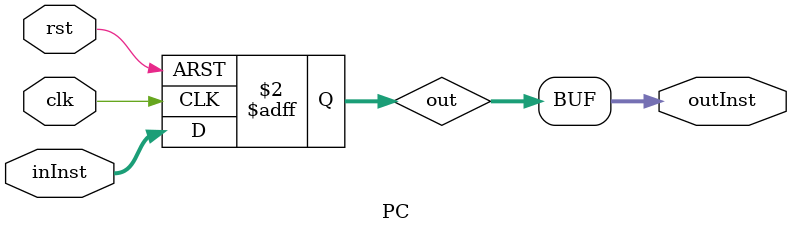
<source format=v>
`timescale 1ns/1ns
module PC(input clk,rst, input [9:0] inInst, output[9:0] outInst);
  reg [9:0] out;
  assign outInst = out;
  always@(posedge clk, posedge rst) begin
    if(rst) out <= 10'b0;
    else out <= inInst;
  end
endmodule
</source>
